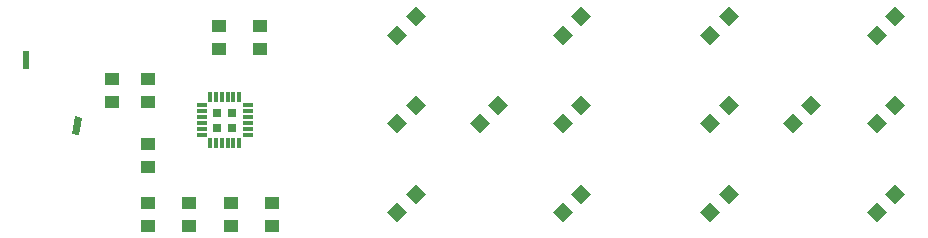
<source format=gbr>
G04 #@! TF.GenerationSoftware,KiCad,Pcbnew,5.0.1*
G04 #@! TF.CreationDate,2019-01-18T22:14:13-06:00*
G04 #@! TF.ProjectId,Layout,4C61796F75742E6B696361645F706362,rev?*
G04 #@! TF.SameCoordinates,Original*
G04 #@! TF.FileFunction,Paste,Top*
G04 #@! TF.FilePolarity,Positive*
%FSLAX46Y46*%
G04 Gerber Fmt 4.6, Leading zero omitted, Abs format (unit mm)*
G04 Created by KiCad (PCBNEW 5.0.1) date Fri 18 Jan 2019 10:14:13 PM CST*
%MOMM*%
%LPD*%
G01*
G04 APERTURE LIST*
%ADD10R,1.250000X1.000000*%
%ADD11C,1.200000*%
%ADD12C,0.100000*%
%ADD13R,0.850000X0.300000*%
%ADD14R,0.300000X0.850000*%
%ADD15R,0.780000X0.780000*%
%ADD16C,0.630000*%
%ADD17R,0.630000X1.524000*%
G04 APERTURE END LIST*
D10*
G04 #@! TO.C,C1*
X124500000Y-105000000D03*
X124500000Y-103000000D03*
G04 #@! TD*
G04 #@! TO.C,C2*
X121500000Y-97500000D03*
X121500000Y-99500000D03*
G04 #@! TD*
G04 #@! TO.C,C3*
X135000000Y-110000000D03*
X135000000Y-108000000D03*
G04 #@! TD*
G04 #@! TO.C,C4*
X131500000Y-108000000D03*
X131500000Y-110000000D03*
G04 #@! TD*
G04 #@! TO.C,C5*
X124500000Y-108000000D03*
X124500000Y-110000000D03*
G04 #@! TD*
G04 #@! TO.C,C6*
X124500000Y-97500000D03*
X124500000Y-99500000D03*
G04 #@! TD*
G04 #@! TO.C,C7*
X128000000Y-108000000D03*
X128000000Y-110000000D03*
G04 #@! TD*
G04 #@! TO.C,C8*
X130500000Y-95000000D03*
X130500000Y-93000000D03*
G04 #@! TD*
G04 #@! TO.C,C9*
X134000000Y-93000000D03*
X134000000Y-95000000D03*
G04 #@! TD*
D11*
G04 #@! TO.C,D1*
X145622184Y-93777817D03*
D12*
G36*
X145622184Y-94626345D02*
X144773656Y-93777817D01*
X145622184Y-92929289D01*
X146470712Y-93777817D01*
X145622184Y-94626345D01*
X145622184Y-94626345D01*
G37*
D11*
X147177818Y-92222183D03*
D12*
G36*
X147177818Y-93070711D02*
X146329290Y-92222183D01*
X147177818Y-91373655D01*
X148026346Y-92222183D01*
X147177818Y-93070711D01*
X147177818Y-93070711D01*
G37*
G04 #@! TD*
D11*
G04 #@! TO.C,D2*
X161177818Y-107222183D03*
D12*
G36*
X161177818Y-108070711D02*
X160329290Y-107222183D01*
X161177818Y-106373655D01*
X162026346Y-107222183D01*
X161177818Y-108070711D01*
X161177818Y-108070711D01*
G37*
D11*
X159622184Y-108777817D03*
D12*
G36*
X159622184Y-109626345D02*
X158773656Y-108777817D01*
X159622184Y-107929289D01*
X160470712Y-108777817D01*
X159622184Y-109626345D01*
X159622184Y-109626345D01*
G37*
G04 #@! TD*
D11*
G04 #@! TO.C,D3*
X147177818Y-107222183D03*
D12*
G36*
X147177818Y-108070711D02*
X146329290Y-107222183D01*
X147177818Y-106373655D01*
X148026346Y-107222183D01*
X147177818Y-108070711D01*
X147177818Y-108070711D01*
G37*
D11*
X145622184Y-108777817D03*
D12*
G36*
X145622184Y-109626345D02*
X144773656Y-108777817D01*
X145622184Y-107929289D01*
X146470712Y-108777817D01*
X145622184Y-109626345D01*
X145622184Y-109626345D01*
G37*
G04 #@! TD*
D11*
G04 #@! TO.C,D4*
X159622184Y-93777817D03*
D12*
G36*
X159622184Y-94626345D02*
X158773656Y-93777817D01*
X159622184Y-92929289D01*
X160470712Y-93777817D01*
X159622184Y-94626345D01*
X159622184Y-94626345D01*
G37*
D11*
X161177818Y-92222183D03*
D12*
G36*
X161177818Y-93070711D02*
X160329290Y-92222183D01*
X161177818Y-91373655D01*
X162026346Y-92222183D01*
X161177818Y-93070711D01*
X161177818Y-93070711D01*
G37*
G04 #@! TD*
D11*
G04 #@! TO.C,D5*
X152622184Y-101277817D03*
D12*
G36*
X152622184Y-102126345D02*
X151773656Y-101277817D01*
X152622184Y-100429289D01*
X153470712Y-101277817D01*
X152622184Y-102126345D01*
X152622184Y-102126345D01*
G37*
D11*
X154177818Y-99722183D03*
D12*
G36*
X154177818Y-100570711D02*
X153329290Y-99722183D01*
X154177818Y-98873655D01*
X155026346Y-99722183D01*
X154177818Y-100570711D01*
X154177818Y-100570711D01*
G37*
G04 #@! TD*
D11*
G04 #@! TO.C,D6*
X145622184Y-101277817D03*
D12*
G36*
X145622184Y-102126345D02*
X144773656Y-101277817D01*
X145622184Y-100429289D01*
X146470712Y-101277817D01*
X145622184Y-102126345D01*
X145622184Y-102126345D01*
G37*
D11*
X147177818Y-99722183D03*
D12*
G36*
X147177818Y-100570711D02*
X146329290Y-99722183D01*
X147177818Y-98873655D01*
X148026346Y-99722183D01*
X147177818Y-100570711D01*
X147177818Y-100570711D01*
G37*
G04 #@! TD*
D11*
G04 #@! TO.C,D7*
X161177818Y-99722183D03*
D12*
G36*
X161177818Y-100570711D02*
X160329290Y-99722183D01*
X161177818Y-98873655D01*
X162026346Y-99722183D01*
X161177818Y-100570711D01*
X161177818Y-100570711D01*
G37*
D11*
X159622184Y-101277817D03*
D12*
G36*
X159622184Y-102126345D02*
X158773656Y-101277817D01*
X159622184Y-100429289D01*
X160470712Y-101277817D01*
X159622184Y-102126345D01*
X159622184Y-102126345D01*
G37*
G04 #@! TD*
D11*
G04 #@! TO.C,D8*
X173677818Y-92222183D03*
D12*
G36*
X173677818Y-93070711D02*
X172829290Y-92222183D01*
X173677818Y-91373655D01*
X174526346Y-92222183D01*
X173677818Y-93070711D01*
X173677818Y-93070711D01*
G37*
D11*
X172122184Y-93777817D03*
D12*
G36*
X172122184Y-94626345D02*
X171273656Y-93777817D01*
X172122184Y-92929289D01*
X172970712Y-93777817D01*
X172122184Y-94626345D01*
X172122184Y-94626345D01*
G37*
G04 #@! TD*
D11*
G04 #@! TO.C,D9*
X186222183Y-108777817D03*
D12*
G36*
X186222183Y-109626345D02*
X185373655Y-108777817D01*
X186222183Y-107929289D01*
X187070711Y-108777817D01*
X186222183Y-109626345D01*
X186222183Y-109626345D01*
G37*
D11*
X187777817Y-107222183D03*
D12*
G36*
X187777817Y-108070711D02*
X186929289Y-107222183D01*
X187777817Y-106373655D01*
X188626345Y-107222183D01*
X187777817Y-108070711D01*
X187777817Y-108070711D01*
G37*
G04 #@! TD*
D11*
G04 #@! TO.C,D10*
X172122184Y-108777817D03*
D12*
G36*
X172122184Y-109626345D02*
X171273656Y-108777817D01*
X172122184Y-107929289D01*
X172970712Y-108777817D01*
X172122184Y-109626345D01*
X172122184Y-109626345D01*
G37*
D11*
X173677818Y-107222183D03*
D12*
G36*
X173677818Y-108070711D02*
X172829290Y-107222183D01*
X173677818Y-106373655D01*
X174526346Y-107222183D01*
X173677818Y-108070711D01*
X173677818Y-108070711D01*
G37*
G04 #@! TD*
D11*
G04 #@! TO.C,D11*
X187777817Y-92222183D03*
D12*
G36*
X187777817Y-93070711D02*
X186929289Y-92222183D01*
X187777817Y-91373655D01*
X188626345Y-92222183D01*
X187777817Y-93070711D01*
X187777817Y-93070711D01*
G37*
D11*
X186222183Y-93777817D03*
D12*
G36*
X186222183Y-94626345D02*
X185373655Y-93777817D01*
X186222183Y-92929289D01*
X187070711Y-93777817D01*
X186222183Y-94626345D01*
X186222183Y-94626345D01*
G37*
G04 #@! TD*
D11*
G04 #@! TO.C,D12*
X180677818Y-99722183D03*
D12*
G36*
X180677818Y-100570711D02*
X179829290Y-99722183D01*
X180677818Y-98873655D01*
X181526346Y-99722183D01*
X180677818Y-100570711D01*
X180677818Y-100570711D01*
G37*
D11*
X179122184Y-101277817D03*
D12*
G36*
X179122184Y-102126345D02*
X178273656Y-101277817D01*
X179122184Y-100429289D01*
X179970712Y-101277817D01*
X179122184Y-102126345D01*
X179122184Y-102126345D01*
G37*
G04 #@! TD*
D11*
G04 #@! TO.C,D13*
X173677818Y-99722183D03*
D12*
G36*
X173677818Y-100570711D02*
X172829290Y-99722183D01*
X173677818Y-98873655D01*
X174526346Y-99722183D01*
X173677818Y-100570711D01*
X173677818Y-100570711D01*
G37*
D11*
X172122184Y-101277817D03*
D12*
G36*
X172122184Y-102126345D02*
X171273656Y-101277817D01*
X172122184Y-100429289D01*
X172970712Y-101277817D01*
X172122184Y-102126345D01*
X172122184Y-102126345D01*
G37*
G04 #@! TD*
D11*
G04 #@! TO.C,D14*
X186222183Y-101277817D03*
D12*
G36*
X186222183Y-102126345D02*
X185373655Y-101277817D01*
X186222183Y-100429289D01*
X187070711Y-101277817D01*
X186222183Y-102126345D01*
X186222183Y-102126345D01*
G37*
D11*
X187777817Y-99722183D03*
D12*
G36*
X187777817Y-100570711D02*
X186929289Y-99722183D01*
X187777817Y-98873655D01*
X188626345Y-99722183D01*
X187777817Y-100570711D01*
X187777817Y-100570711D01*
G37*
G04 #@! TD*
D13*
G04 #@! TO.C,U1*
X129050000Y-99760000D03*
X129050000Y-100260000D03*
X129050000Y-100760000D03*
X129050000Y-101260000D03*
X129050000Y-101760000D03*
X129050000Y-102260000D03*
D14*
X129750000Y-102960000D03*
X130250000Y-102960000D03*
X130750000Y-102960000D03*
X131250000Y-102960000D03*
X131750000Y-102960000D03*
X132250000Y-102960000D03*
D13*
X132950000Y-102260000D03*
X132950000Y-101760000D03*
X132950000Y-101260000D03*
X132950000Y-100760000D03*
X132950000Y-100260000D03*
X132950000Y-99760000D03*
D14*
X132250000Y-99060000D03*
X131750000Y-99060000D03*
X131250000Y-99060000D03*
X130750000Y-99060000D03*
X130250000Y-99060000D03*
X129750000Y-99060000D03*
D15*
X131650000Y-101660000D03*
X131650000Y-100360000D03*
X130350000Y-101660000D03*
X130350000Y-100360000D03*
G04 #@! TD*
D16*
G04 #@! TO.C,Ref\002A\002A*
X118520000Y-101480000D03*
D12*
G36*
X118697895Y-102285123D02*
X118077466Y-102175724D01*
X118342105Y-100674877D01*
X118962534Y-100784276D01*
X118697895Y-102285123D01*
X118697895Y-102285123D01*
G37*
D17*
X114170000Y-95880000D03*
G04 #@! TD*
M02*

</source>
